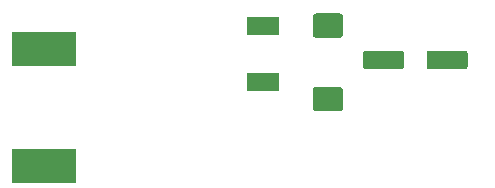
<source format=gtp>
%TF.GenerationSoftware,KiCad,Pcbnew,5.1.9*%
%TF.CreationDate,2021-02-24T23:37:06+01:00*%
%TF.ProjectId,qr_reader,71725f72-6561-4646-9572-2e6b69636164,rev?*%
%TF.SameCoordinates,Original*%
%TF.FileFunction,Paste,Top*%
%TF.FilePolarity,Positive*%
%FSLAX46Y46*%
G04 Gerber Fmt 4.6, Leading zero omitted, Abs format (unit mm)*
G04 Created by KiCad (PCBNEW 5.1.9) date 2021-02-24 23:37:06*
%MOMM*%
%LPD*%
G01*
G04 APERTURE LIST*
%ADD10R,5.400000X2.900000*%
%ADD11R,2.700000X1.500000*%
G04 APERTURE END LIST*
D10*
%TO.C,L1*%
X122936000Y-56004000D03*
X122936000Y-46104000D03*
%TD*%
D11*
%TO.C,D3*%
X141478000Y-44082000D03*
X141478000Y-48882000D03*
%TD*%
%TO.C,C2*%
G36*
G01*
X148025000Y-45125000D02*
X145975000Y-45125000D01*
G75*
G02*
X145725000Y-44875000I0J250000D01*
G01*
X145725000Y-43300000D01*
G75*
G02*
X145975000Y-43050000I250000J0D01*
G01*
X148025000Y-43050000D01*
G75*
G02*
X148275000Y-43300000I0J-250000D01*
G01*
X148275000Y-44875000D01*
G75*
G02*
X148025000Y-45125000I-250000J0D01*
G01*
G37*
G36*
G01*
X148025000Y-51350000D02*
X145975000Y-51350000D01*
G75*
G02*
X145725000Y-51100000I0J250000D01*
G01*
X145725000Y-49525000D01*
G75*
G02*
X145975000Y-49275000I250000J0D01*
G01*
X148025000Y-49275000D01*
G75*
G02*
X148275000Y-49525000I0J-250000D01*
G01*
X148275000Y-51100000D01*
G75*
G02*
X148025000Y-51350000I-250000J0D01*
G01*
G37*
%TD*%
%TO.C,C1*%
G36*
G01*
X153450000Y-46450000D02*
X153450000Y-47550000D01*
G75*
G02*
X153200000Y-47800000I-250000J0D01*
G01*
X150200000Y-47800000D01*
G75*
G02*
X149950000Y-47550000I0J250000D01*
G01*
X149950000Y-46450000D01*
G75*
G02*
X150200000Y-46200000I250000J0D01*
G01*
X153200000Y-46200000D01*
G75*
G02*
X153450000Y-46450000I0J-250000D01*
G01*
G37*
G36*
G01*
X158850000Y-46450000D02*
X158850000Y-47550000D01*
G75*
G02*
X158600000Y-47800000I-250000J0D01*
G01*
X155600000Y-47800000D01*
G75*
G02*
X155350000Y-47550000I0J250000D01*
G01*
X155350000Y-46450000D01*
G75*
G02*
X155600000Y-46200000I250000J0D01*
G01*
X158600000Y-46200000D01*
G75*
G02*
X158850000Y-46450000I0J-250000D01*
G01*
G37*
%TD*%
M02*

</source>
